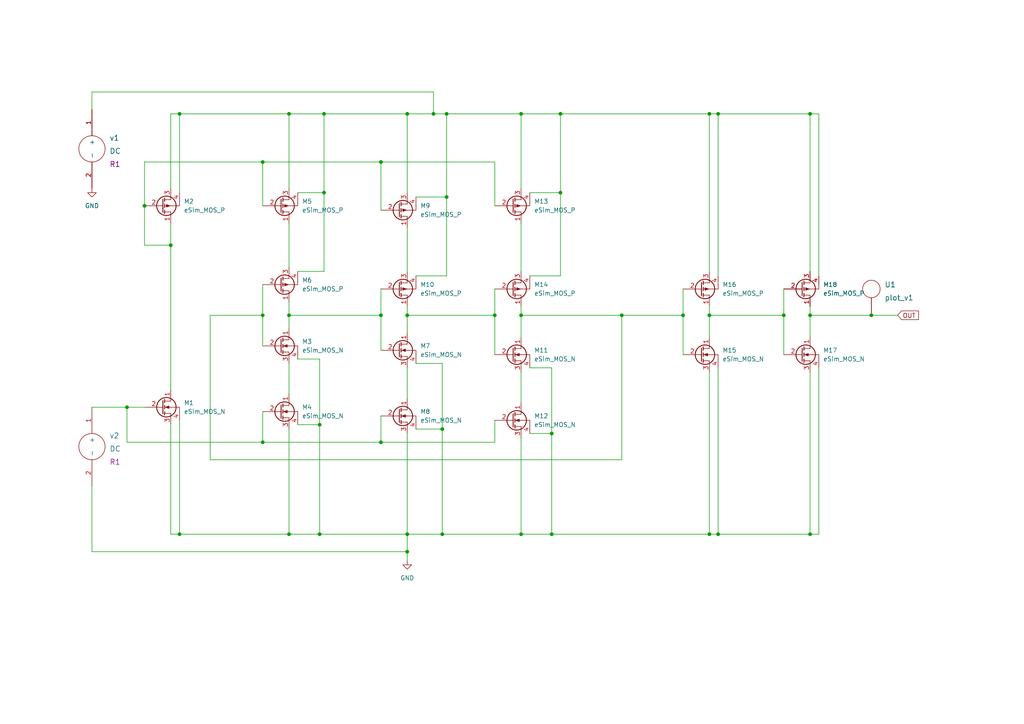
<source format=kicad_sch>
(kicad_sch (version 20211123) (generator eeschema)
  (paper "A4")
  (lib_symbols
    (symbol "eSim_Devices:eSim_MOS_N" (pin_names (offset 0) hide)
      (property "Reference" "M" (at 0 -3.81 0))
      (property "Value" "eSim_MOS_N" (at 2.54 -1.27 0))
      (symbol "eSim_MOS_N_0_1"
        (polyline (pts (xy 3.302 -7.366) (xy 3.302 -6.35)) (stroke (width 0.254)))
        (polyline (pts (xy 3.302 -6.858) (xy 5.08 -6.858)))
        (polyline (pts (xy 3.302 -5.588) (xy 3.302 -4.572)) (stroke (width 0.254)))
        (polyline (pts (xy 3.302 -5.08) (xy 5.08 -5.08)))
        (polyline (pts (xy 3.302 -3.81) (xy 3.302 -2.794)) (stroke (width 0.254)))
        (polyline (pts (xy 3.302 -3.302) (xy 5.08 -3.302)))
        (polyline (pts (xy 5.08 -7.62) (xy 5.08 -6.858)))
        (polyline (pts (xy 5.08 -3.302) (xy 5.08 -2.54)))
        (polyline (pts (xy 2.794 -6.985) (xy 2.794 -3.175) (xy 2.794 -3.175)) (stroke (width 0.254)))
        (polyline (pts (xy 5.08 -5.08) (xy 7.62 -5.08) (xy 7.62 -6.35)))
        (polyline (pts (xy 3.556 -5.08) (xy 4.572 -5.461) (xy 4.572 -4.699) (xy 3.556 -5.08)) (fill (type outline)))
        (circle (center 3.81 -5.08) (radius 2.8194) (stroke (width 0.254)))
      )
      (symbol "eSim_MOS_N_1_1"
        (pin passive line (at 5.08 0 270) (length 2.54) (name "D") (number "1"))
        (pin passive line (at -2.54 -5.08 0) (length 5.334) (name "G") (number "2"))
        (pin passive line (at 5.08 -10.16 90) (length 2.54) (name "S") (number "3"))
        (pin passive line (at 7.62 -8.89 90) (length 2.4892) (name "B") (number "4"))
      )
    )
    (symbol "eSim_Devices:eSim_MOS_P" (pin_names (offset 0) hide)
      (property "Reference" "M" (at -1.27 1.27 0))
      (property "Value" "eSim_MOS_P" (at 1.27 3.81 0))
      (symbol "eSim_MOS_P_0_1"
        (polyline (pts (xy 2.032 -1.778) (xy 3.81 -1.778)))
        (polyline (pts (xy 2.032 -1.27) (xy 2.032 -2.286)) (stroke (width 0.254)))
        (polyline (pts (xy 2.032 0) (xy 3.81 0)))
        (polyline (pts (xy 2.032 0.508) (xy 2.032 -0.508)) (stroke (width 0.254)))
        (polyline (pts (xy 2.032 1.778) (xy 3.81 1.778)))
        (polyline (pts (xy 2.032 2.286) (xy 2.032 1.27)) (stroke (width 0.254)))
        (polyline (pts (xy 3.81 -1.778) (xy 3.81 -2.54)))
        (polyline (pts (xy 3.81 2.54) (xy 3.81 1.778)))
        (polyline (pts (xy 1.524 1.905) (xy 1.524 -1.905) (xy 1.524 -1.905)) (stroke (width 0.254)))
        (polyline (pts (xy 3.81 0) (xy 6.35 0) (xy 6.35 -1.27)))
        (polyline (pts (xy 3.556 0) (xy 2.54 -0.381) (xy 2.54 0.381) (xy 3.556 0)) (fill (type outline)))
        (circle (center 2.54 0) (radius 2.8194) (stroke (width 0.254)))
      )
      (symbol "eSim_MOS_P_1_1"
        (pin passive line (at 3.81 5.08 270) (length 2.54) (name "D") (number "1"))
        (pin passive line (at -3.81 0 0) (length 5.334) (name "G") (number "2"))
        (pin passive line (at 3.81 -5.08 90) (length 2.54) (name "S") (number "3"))
        (pin passive line (at 6.35 -3.81 90) (length 2.54) (name "B") (number "4"))
      )
    )
    (symbol "eSim_Plot:plot_v1" (pin_names (offset 1.016))
      (property "Reference" "U" (at 0 12.7 0))
      (property "Value" "plot_v1" (at 5.08 8.89 0))
      (symbol "plot_v1_0_1"
        (circle (center 0 12.7) (radius 2.54))
      )
      (symbol "plot_v1_1_1"
        (pin input line (at 0 5.08 90) (length 5.08) (name "~") (number "~"))
      )
    )
    (symbol "eSim_Power:eSim_GND" (power) (pin_names (offset 0))
      (property "Value" "eSim_GND" (at 0 -3.81 0))
      (symbol "eSim_GND_0_1"
        (polyline (pts (xy 0 0) (xy 0 -1.27) (xy 1.27 -1.27) (xy 0 -2.54) (xy -1.27 -1.27) (xy 0 -1.27)))
      )
      (symbol "eSim_GND_1_1"
        (pin power_in line (at 0 0 270) (length 0) hide (name "GND") (number "1"))
      )
    )
    (symbol "eSim_Sources:DC" (pin_names (offset 1.016))
      (property "Reference" "v" (at -5.08 2.54 0))
      (property "Value" "DC" (at -5.08 -1.27 0))
      (property "Footprint" "R1" (at -7.62 0 0))
      (symbol "DC_0_1"
        (circle (center 0 0) (radius 3.81))
      )
      (symbol "DC_1_1"
        (pin power_out line (at 0 11.43 270) (length 7.62) (name "+") (number "1"))
        (pin power_out line (at 0 -11.43 90) (length 7.62) (name "-") (number "2"))
      )
    )
  )
  (junction (at 93.98 33.02))
  (junction (at 129.54 33.02))
  (junction (at 205.74 154.94))
  (junction (at 125.73 33.02))
  (junction (at 151.13 91.44))
  (junction (at 52.07 33.02))
  (junction (at 92.71 123.19))
  (junction (at 118.11 154.94))
  (junction (at 234.95 91.44))
  (junction (at 180.34 91.44))
  (junction (at 52.07 154.94))
  (junction (at 41.91 59.69))
  (junction (at 92.71 154.94))
  (junction (at 252.73 91.44))
  (junction (at 234.95 33.02))
  (junction (at 205.74 91.44))
  (junction (at 162.56 55.88))
  (junction (at 83.82 91.44))
  (junction (at 110.49 46.99))
  (junction (at 128.27 154.94))
  (junction (at 36.83 118.11))
  (junction (at 208.28 154.94))
  (junction (at 118.11 33.02))
  (junction (at 49.53 71.12))
  (junction (at 143.51 91.44))
  (junction (at 227.33 91.44))
  (junction (at 205.74 33.02))
  (junction (at 93.98 55.88))
  (junction (at 160.02 154.94))
  (junction (at 76.2 91.44))
  (junction (at 83.82 33.02))
  (junction (at 151.13 154.94))
  (junction (at 208.28 33.02))
  (junction (at 234.95 154.94))
  (junction (at 76.2 128.27))
  (junction (at 151.13 33.02))
  (junction (at 76.2 46.99))
  (junction (at 162.56 33.02))
  (junction (at 110.49 128.27))
  (junction (at 198.12 91.44))
  (junction (at 128.27 124.46))
  (junction (at 160.02 125.73))
  (junction (at 110.49 91.44))
  (junction (at 129.54 57.15))
  (junction (at 118.11 160.02))
  (junction (at 118.11 91.44))
  (junction (at 83.82 154.94))
  (wire (pts (xy 118.11 66.04) (xy 118.11 78.74)))
  (wire (pts (xy 227.33 91.44) (xy 227.33 102.87)))
  (wire (pts (xy 143.51 121.92) (xy 143.51 128.27)))
  (wire (pts (xy 93.98 78.74) (xy 93.98 55.88)))
  (wire (pts (xy 49.53 123.19) (xy 49.53 154.94)))
  (wire (pts (xy 83.82 64.77) (xy 83.82 77.47)))
  (wire (pts (xy 125.73 33.02) (xy 129.54 33.02)))
  (wire (pts (xy 83.82 124.46) (xy 83.82 154.94)))
  (wire (pts (xy 110.49 83.82) (xy 110.49 91.44)))
  (wire (pts (xy 76.2 91.44) (xy 76.2 100.33)))
  (wire (pts (xy 237.49 154.94) (xy 237.49 106.68)))
  (wire (pts (xy 205.74 107.95) (xy 205.74 154.94)))
  (wire (pts (xy 129.54 33.02) (xy 151.13 33.02)))
  (wire (pts (xy 205.74 78.74) (xy 205.74 33.02)))
  (wire (pts (xy 205.74 33.02) (xy 208.28 33.02)))
  (wire (pts (xy 36.83 118.11) (xy 36.83 128.27)))
  (wire (pts (xy 41.91 46.99) (xy 76.2 46.99)))
  (wire (pts (xy 83.82 33.02) (xy 93.98 33.02)))
  (wire (pts (xy 205.74 91.44) (xy 227.33 91.44)))
  (wire (pts (xy 180.34 133.35) (xy 60.96 133.35)))
  (wire (pts (xy 41.91 59.69) (xy 41.91 71.12)))
  (wire (pts (xy 151.13 88.9) (xy 151.13 91.44)))
  (wire (pts (xy 41.91 59.69) (xy 41.91 46.99)))
  (wire (pts (xy 208.28 33.02) (xy 234.95 33.02)))
  (wire (pts (xy 26.67 140.97) (xy 26.67 160.02)))
  (wire (pts (xy 234.95 154.94) (xy 237.49 154.94)))
  (wire (pts (xy 151.13 64.77) (xy 151.13 78.74)))
  (wire (pts (xy 153.67 106.68) (xy 160.02 106.68)))
  (wire (pts (xy 118.11 154.94) (xy 128.27 154.94)))
  (wire (pts (xy 86.36 123.19) (xy 92.71 123.19)))
  (wire (pts (xy 26.67 31.75) (xy 26.67 26.67)))
  (wire (pts (xy 208.28 154.94) (xy 234.95 154.94)))
  (wire (pts (xy 110.49 46.99) (xy 110.49 60.96)))
  (wire (pts (xy 83.82 105.41) (xy 83.82 114.3)))
  (wire (pts (xy 76.2 82.55) (xy 76.2 91.44)))
  (wire (pts (xy 118.11 33.02) (xy 118.11 55.88)))
  (wire (pts (xy 76.2 46.99) (xy 110.49 46.99)))
  (wire (pts (xy 143.51 91.44) (xy 143.51 102.87)))
  (wire (pts (xy 128.27 154.94) (xy 151.13 154.94)))
  (wire (pts (xy 129.54 80.01) (xy 120.65 80.01)))
  (wire (pts (xy 52.07 33.02) (xy 83.82 33.02)))
  (wire (pts (xy 162.56 33.02) (xy 205.74 33.02)))
  (wire (pts (xy 93.98 33.02) (xy 93.98 55.88)))
  (wire (pts (xy 151.13 91.44) (xy 180.34 91.44)))
  (wire (pts (xy 151.13 33.02) (xy 162.56 33.02)))
  (wire (pts (xy 128.27 124.46) (xy 128.27 105.41)))
  (wire (pts (xy 160.02 106.68) (xy 160.02 125.73)))
  (wire (pts (xy 83.82 87.63) (xy 83.82 91.44)))
  (wire (pts (xy 92.71 123.19) (xy 92.71 154.94)))
  (wire (pts (xy 234.95 33.02) (xy 237.49 33.02)))
  (wire (pts (xy 49.53 154.94) (xy 52.07 154.94)))
  (wire (pts (xy 36.83 128.27) (xy 76.2 128.27)))
  (wire (pts (xy 205.74 154.94) (xy 208.28 154.94)))
  (wire (pts (xy 129.54 57.15) (xy 129.54 80.01)))
  (wire (pts (xy 49.53 71.12) (xy 49.53 113.03)))
  (wire (pts (xy 26.67 118.11) (xy 36.83 118.11)))
  (wire (pts (xy 180.34 91.44) (xy 198.12 91.44)))
  (wire (pts (xy 205.74 91.44) (xy 205.74 97.79)))
  (wire (pts (xy 86.36 55.88) (xy 93.98 55.88)))
  (wire (pts (xy 60.96 91.44) (xy 76.2 91.44)))
  (wire (pts (xy 162.56 80.01) (xy 162.56 55.88)))
  (wire (pts (xy 76.2 46.99) (xy 76.2 59.69)))
  (wire (pts (xy 120.65 124.46) (xy 128.27 124.46)))
  (wire (pts (xy 151.13 154.94) (xy 160.02 154.94)))
  (wire (pts (xy 41.91 71.12) (xy 49.53 71.12)))
  (wire (pts (xy 208.28 33.02) (xy 208.28 80.01)))
  (wire (pts (xy 110.49 91.44) (xy 110.49 101.6)))
  (wire (pts (xy 128.27 124.46) (xy 128.27 154.94)))
  (wire (pts (xy 205.74 88.9) (xy 205.74 91.44)))
  (wire (pts (xy 162.56 55.88) (xy 153.67 55.88)))
  (wire (pts (xy 26.67 160.02) (xy 118.11 160.02)))
  (wire (pts (xy 118.11 91.44) (xy 118.11 96.52)))
  (wire (pts (xy 86.36 104.14) (xy 92.71 104.14)))
  (wire (pts (xy 118.11 91.44) (xy 143.51 91.44)))
  (wire (pts (xy 143.51 83.82) (xy 143.51 91.44)))
  (wire (pts (xy 151.13 91.44) (xy 151.13 97.79)))
  (wire (pts (xy 52.07 121.92) (xy 52.07 154.94)))
  (wire (pts (xy 92.71 154.94) (xy 118.11 154.94)))
  (wire (pts (xy 151.13 33.02) (xy 151.13 54.61)))
  (wire (pts (xy 160.02 154.94) (xy 205.74 154.94)))
  (wire (pts (xy 76.2 128.27) (xy 110.49 128.27)))
  (wire (pts (xy 92.71 104.14) (xy 92.71 123.19)))
  (wire (pts (xy 153.67 80.01) (xy 162.56 80.01)))
  (wire (pts (xy 234.95 88.9) (xy 234.95 91.44)))
  (wire (pts (xy 120.65 57.15) (xy 129.54 57.15)))
  (wire (pts (xy 237.49 33.02) (xy 237.49 80.01)))
  (wire (pts (xy 180.34 91.44) (xy 180.34 133.35)))
  (wire (pts (xy 52.07 33.02) (xy 52.07 55.88)))
  (wire (pts (xy 118.11 33.02) (xy 125.73 33.02)))
  (wire (pts (xy 60.96 91.44) (xy 60.96 133.35)))
  (wire (pts (xy 83.82 154.94) (xy 92.71 154.94)))
  (wire (pts (xy 234.95 91.44) (xy 234.95 97.79)))
  (wire (pts (xy 49.53 33.02) (xy 52.07 33.02)))
  (wire (pts (xy 93.98 33.02) (xy 118.11 33.02)))
  (wire (pts (xy 227.33 83.82) (xy 227.33 91.44)))
  (wire (pts (xy 198.12 91.44) (xy 198.12 102.87)))
  (wire (pts (xy 118.11 106.68) (xy 118.11 115.57)))
  (wire (pts (xy 36.83 118.11) (xy 41.91 118.11)))
  (wire (pts (xy 118.11 88.9) (xy 118.11 91.44)))
  (wire (pts (xy 118.11 125.73) (xy 118.11 154.94)))
  (wire (pts (xy 26.67 26.67) (xy 125.73 26.67)))
  (wire (pts (xy 83.82 91.44) (xy 83.82 95.25)))
  (wire (pts (xy 234.95 107.95) (xy 234.95 154.94)))
  (wire (pts (xy 151.13 107.95) (xy 151.13 116.84)))
  (wire (pts (xy 49.53 64.77) (xy 49.53 71.12)))
  (wire (pts (xy 110.49 46.99) (xy 143.51 46.99)))
  (wire (pts (xy 198.12 83.82) (xy 198.12 91.44)))
  (wire (pts (xy 125.73 26.67) (xy 125.73 33.02)))
  (wire (pts (xy 49.53 54.61) (xy 49.53 33.02)))
  (wire (pts (xy 110.49 128.27) (xy 143.51 128.27)))
  (wire (pts (xy 118.11 160.02) (xy 118.11 162.56)))
  (wire (pts (xy 76.2 119.38) (xy 76.2 128.27)))
  (wire (pts (xy 110.49 120.65) (xy 110.49 128.27)))
  (wire (pts (xy 86.36 78.74) (xy 93.98 78.74)))
  (wire (pts (xy 153.67 125.73) (xy 160.02 125.73)))
  (wire (pts (xy 252.73 91.44) (xy 260.35 91.44)))
  (wire (pts (xy 234.95 33.02) (xy 234.95 78.74)))
  (wire (pts (xy 162.56 55.88) (xy 162.56 33.02)))
  (wire (pts (xy 151.13 127) (xy 151.13 154.94)))
  (wire (pts (xy 128.27 105.41) (xy 120.65 105.41)))
  (wire (pts (xy 118.11 154.94) (xy 118.11 160.02)))
  (wire (pts (xy 160.02 125.73) (xy 160.02 154.94)))
  (wire (pts (xy 52.07 154.94) (xy 83.82 154.94)))
  (wire (pts (xy 129.54 33.02) (xy 129.54 57.15)))
  (wire (pts (xy 143.51 46.99) (xy 143.51 59.69)))
  (wire (pts (xy 208.28 106.68) (xy 208.28 154.94)))
  (wire (pts (xy 234.95 91.44) (xy 252.73 91.44)))
  (wire (pts (xy 83.82 91.44) (xy 110.49 91.44)))
  (wire (pts (xy 83.82 33.02) (xy 83.82 54.61)))
  (global_label "OUT" (shape input) (at 260.35 91.44 0) (property "Intersheet References" "${INTERSHEET_REFS}" (effects hide)))
  (symbol (lib_id "eSim_Sources:DC") (at 26.67 43.18 0) (unit 1)
    (property "Reference" "v1" (at 31.75 40.005 0) (effects (font (size 1.524 1.524)) (justify left)))
    (property "Value" "DC" (at 31.75 43.815 0) (effects (font (size 1.524 1.524)) (justify left)))
    (property "Footprint" "R1" (at 31.75 47.625 0) (effects (font (size 1.524 1.524)) (justify left)))
  )
  (symbol (lib_id "eSim_Devices:eSim_MOS_P") (at 201.93 83.82 0) (mirror x) (unit 1)
    (property "Reference" "M16" (at 209.55 82.5499 0) (effects (justify left)))
    (property "Value" "eSim_MOS_P" (at 209.55 85.0899 0) (effects (justify left)))
  )
  (symbol (lib_id "eSim_Devices:eSim_MOS_P") (at 114.3 60.96 0) (mirror x) (unit 1)
    (property "Reference" "M9" (at 121.92 59.6899 0) (effects (justify left)))
    (property "Value" "eSim_MOS_P" (at 121.92 62.2299 0) (effects (justify left)))
  )
  (symbol (lib_id "eSim_Devices:eSim_MOS_N") (at 229.87 97.79 0) (unit 1)
    (property "Reference" "M17" (at 238.76 101.5999 0) (effects (justify left)))
    (property "Value" "eSim_MOS_N" (at 238.76 104.1399 0) (effects (justify left)))
  )
  (symbol (lib_id "eSim_Devices:eSim_MOS_N") (at 146.05 97.79 0) (unit 1)
    (property "Reference" "M11" (at 154.94 101.5999 0) (effects (justify left)))
    (property "Value" "eSim_MOS_N" (at 154.94 104.1399 0) (effects (justify left)))
  )
  (symbol (lib_id "eSim_Devices:eSim_MOS_N") (at 200.66 97.79 0) (unit 1)
    (property "Reference" "M15" (at 209.55 101.5999 0) (effects (justify left)))
    (property "Value" "eSim_MOS_N" (at 209.55 104.1399 0) (effects (justify left)))
  )
  (symbol (lib_id "eSim_Devices:eSim_MOS_P") (at 114.3 83.82 0) (mirror x) (unit 1)
    (property "Reference" "M10" (at 121.92 82.5499 0) (effects (justify left)))
    (property "Value" "eSim_MOS_P" (at 121.92 85.0899 0) (effects (justify left)))
  )
  (symbol (lib_id "eSim_Devices:eSim_MOS_P") (at 45.72 59.69 0) (mirror x) (unit 1)
    (property "Reference" "M2" (at 53.34 58.4199 0) (effects (justify left)))
    (property "Value" "eSim_MOS_P" (at 53.34 60.9599 0) (effects (justify left)))
  )
  (symbol (lib_id "eSim_Devices:eSim_MOS_P") (at 147.32 83.82 0) (mirror x) (unit 1)
    (property "Reference" "M14" (at 154.94 82.5499 0) (effects (justify left)))
    (property "Value" "eSim_MOS_P" (at 154.94 85.0899 0) (effects (justify left)))
  )
  (symbol (lib_id "eSim_Power:eSim_GND") (at 118.11 162.56 0) (unit 1)
    (property "Reference" "#PWR02" (effects hide))
    (property "Value" "eSim_GND" (at 118.11 167.64 0))
  )
  (symbol (lib_id "eSim_Devices:eSim_MOS_N") (at 78.74 114.3 0) (unit 1)
    (property "Reference" "M4" (at 87.63 118.1099 0) (effects (justify left)))
    (property "Value" "eSim_MOS_N" (at 87.63 120.6499 0) (effects (justify left)))
  )
  (symbol (lib_id "eSim_Power:eSim_GND") (at 26.67 54.61 0) (unit 1)
    (property "Reference" "#PWR01" (effects hide))
    (property "Value" "eSim_GND" (at 26.67 59.69 0))
  )
  (symbol (lib_id "eSim_Sources:DC") (at 26.67 129.54 0) (unit 1)
    (property "Reference" "v2" (at 31.75 126.365 0) (effects (font (size 1.524 1.524)) (justify left)))
    (property "Value" "DC" (at 31.75 130.175 0) (effects (font (size 1.524 1.524)) (justify left)))
    (property "Footprint" "R1" (at 31.75 133.985 0) (effects (font (size 1.524 1.524)) (justify left)))
  )
  (symbol (lib_id "eSim_Devices:eSim_MOS_P") (at 147.32 59.69 0) (mirror x) (unit 1)
    (property "Reference" "M13" (at 154.94 58.4199 0) (effects (justify left)))
    (property "Value" "eSim_MOS_P" (at 154.94 60.9599 0) (effects (justify left)))
  )
  (symbol (lib_id "eSim_Devices:eSim_MOS_N") (at 113.03 96.52 0) (unit 1)
    (property "Reference" "M7" (at 121.92 100.3299 0) (effects (justify left)))
    (property "Value" "eSim_MOS_N" (at 121.92 102.8699 0) (effects (justify left)))
  )
  (symbol (lib_id "eSim_Devices:eSim_MOS_P") (at 80.01 59.69 0) (mirror x) (unit 1)
    (property "Reference" "M5" (at 87.63 58.4199 0) (effects (justify left)))
    (property "Value" "eSim_MOS_P" (at 87.63 60.9599 0) (effects (justify left)))
  )
  (symbol (lib_id "eSim_Plot:plot_v1") (at 252.73 96.52 0) (unit 1)
    (property "Reference" "U1" (at 256.54 82.55 0) (effects (font (size 1.524 1.524)) (justify left)))
    (property "Value" "plot_v1" (at 256.54 86.36 0) (effects (font (size 1.524 1.524)) (justify left)))
  )
  (symbol (lib_id "eSim_Devices:eSim_MOS_P") (at 80.01 82.55 0) (mirror x) (unit 1)
    (property "Reference" "M6" (at 87.63 81.2799 0) (effects (justify left)))
    (property "Value" "eSim_MOS_P" (at 87.63 83.8199 0) (effects (justify left)))
  )
  (symbol (lib_id "eSim_Devices:eSim_MOS_N") (at 78.74 95.25 0) (unit 1)
    (property "Reference" "M3" (at 87.63 99.0599 0) (effects (justify left)))
    (property "Value" "eSim_MOS_N" (at 87.63 101.5999 0) (effects (justify left)))
  )
  (symbol (lib_id "eSim_Devices:eSim_MOS_N") (at 113.03 115.57 0) (unit 1)
    (property "Reference" "M8" (at 121.92 119.3799 0) (effects (justify left)))
    (property "Value" "eSim_MOS_N" (at 121.92 121.9199 0) (effects (justify left)))
  )
  (symbol (lib_id "eSim_Devices:eSim_MOS_N") (at 44.45 113.03 0) (unit 1)
    (property "Reference" "M1" (at 53.34 116.8399 0) (effects (justify left)))
    (property "Value" "eSim_MOS_N" (at 53.34 119.3799 0) (effects (justify left)))
  )
  (symbol (lib_id "eSim_Devices:eSim_MOS_N") (at 146.05 116.84 0) (unit 1)
    (property "Reference" "M12" (at 154.94 120.6499 0) (effects (justify left)))
    (property "Value" "eSim_MOS_N" (at 154.94 123.1899 0) (effects (justify left)))
  )
  (symbol (lib_id "eSim_Devices:eSim_MOS_P") (at 231.14 83.82 0) (mirror x) (unit 1)
    (property "Reference" "M18" (at 238.76 82.5499 0) (effects (justify left)))
    (property "Value" "eSim_MOS_P" (at 238.76 85.0899 0) (effects (justify left)))
  )
)
</source>
